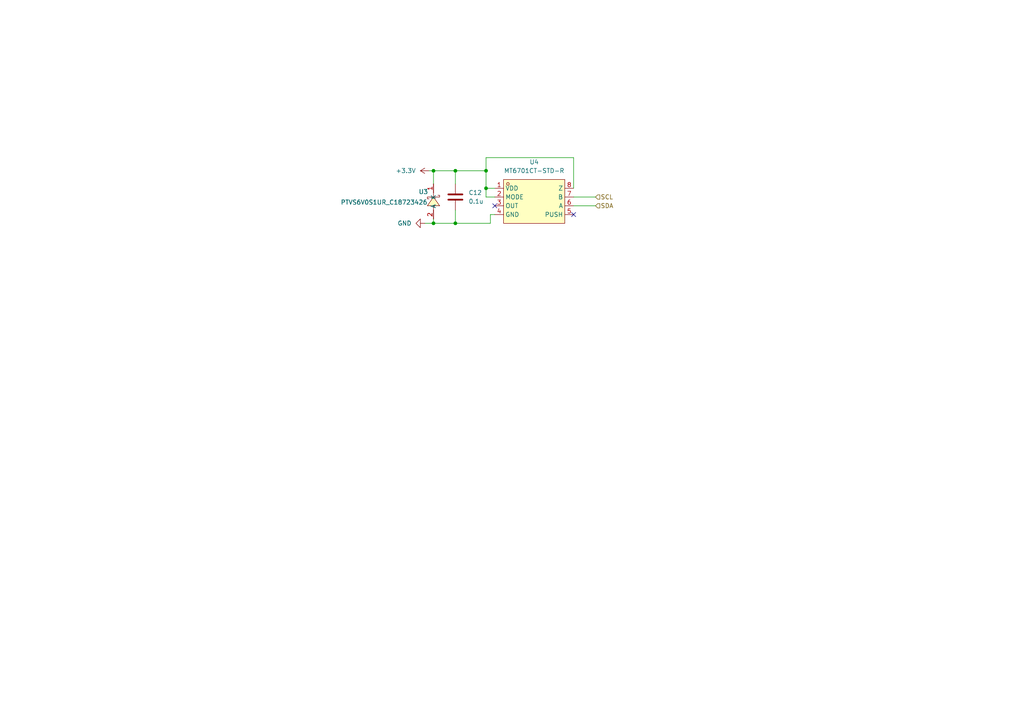
<source format=kicad_sch>
(kicad_sch (version 20231120) (generator "eeschema") (generator_version "8.0")
  (paper "A4")
  (lib_symbols
    (symbol "Device:C" (pin_numbers hide) (pin_names (offset 0.254))
      (property "Reference" "C" (at 0.635 2.54 0))
      (property "Value" "C" (at 0.635 -2.54 0))
      (symbol "C_0_1"
        (polyline (pts (xy -2.032 -0.762) (xy 2.032 -0.762)) (stroke (width 0.508)))
        (polyline (pts (xy -2.032 0.762) (xy 2.032 0.762)) (stroke (width 0.508)))
      )
      (symbol "C_1_1"
        (pin passive line (at 0 3.81 270) (length 2.794) (name "~") (number "1"))
        (pin passive line (at 0 -3.81 90) (length 2.794) (name "~") (number "2"))
      )
    )
    (symbol "PARTS:MT6701CT-STD-R"
      (property "Reference" "U" (at 0 8.89 0))
      (property "Value" "MT6701CT-STD-R" (at 0 -8.89 0))
      (symbol "MT6701CT-STD-R_0_1"
        (rectangle (start -8.89 6.35) (end 8.89 -6.35) (fill (type background)))
        (circle (center -7.62 5.08) (radius 0.38))
        (pin unspecified line (at -11.43 3.81 0) (length 2.54) (name "VDD") (number "1"))
        (pin unspecified line (at -11.43 1.27 0) (length 2.54) (name "MODE") (number "2"))
        (pin unspecified line (at -11.43 -1.27 0) (length 2.54) (name "OUT") (number "3"))
        (pin unspecified line (at -11.43 -3.81 0) (length 2.54) (name "GND") (number "4"))
        (pin unspecified line (at 11.43 -3.81 180) (length 2.54) (name "PUSH") (number "5"))
        (pin unspecified line (at 11.43 -1.27 180) (length 2.54) (name "A") (number "6"))
        (pin unspecified line (at 11.43 1.27 180) (length 2.54) (name "B") (number "7"))
        (pin unspecified line (at 11.43 3.81 180) (length 2.54) (name "Z") (number "8"))
      )
    )
    (symbol "PARTS:PTVS6V0S1UR_C18723426"
      (property "Reference" "U" (at 0 5.08 0))
      (property "Value" "PTVS6V0S1UR_C18723426" (at 0 -5.08 0))
      (symbol "PTVS6V0S1UR_C18723426_0_1"
        (polyline (pts (xy -1.27 0) (xy -2.54 0)))
        (polyline (pts (xy 2.54 0) (xy 1.27 0)))
        (polyline (pts (xy 1.27 1.78) (xy -1.27 0) (xy 1.27 -1.78) (xy 1.27 1.78)) (fill (type background)))
        (polyline (pts (xy -1.78 1.27) (xy -1.78 1.78) (xy -1.27 1.78) (xy -1.27 -1.78) (xy -0.76 -1.78) (xy -0.76 -1.27)))
        (pin unspecified line (at -5.08 0 0) (length 2.54) (name "K") (number "1"))
        (pin unspecified line (at 5.08 0 180) (length 2.54) (name "A") (number "2"))
      )
    )
    (symbol "power:+3.3V" (power) (pin_numbers hide) (pin_names (offset 0) hide)
      (property "Value" "+3.3V" (at 0 3.556 0))
      (symbol "+3.3V_0_1"
        (polyline (pts (xy -0.762 1.27) (xy 0 2.54)))
        (polyline (pts (xy 0 0) (xy 0 2.54)))
        (polyline (pts (xy 0 2.54) (xy 0.762 1.27)))
      )
      (symbol "+3.3V_1_1"
        (pin power_in line (at 0 0 90) (length 0) (name "~") (number "1"))
      )
    )
    (symbol "power:GND" (power) (pin_numbers hide) (pin_names (offset 0) hide)
      (property "Value" "GND" (at 0 -3.81 0))
      (symbol "GND_0_1"
        (polyline (pts (xy 0 0) (xy 0 -1.27) (xy 1.27 -1.27) (xy 0 -2.54) (xy -1.27 -1.27) (xy 0 -1.27)))
      )
      (symbol "GND_1_1"
        (pin power_in line (at 0 0 270) (length 0) (name "~") (number "1"))
      )
    )
  )
  (junction (at 132.08 49.53))
  (junction (at 132.08 64.77))
  (junction (at 125.73 64.77))
  (junction (at 140.97 54.61))
  (junction (at 125.73 49.53))
  (junction (at 140.97 49.53))
  (no_connect (at 143.51 59.69))
  (no_connect (at 166.37 62.23))
  (wire (pts (xy 124.46 49.53) (xy 125.73 49.53)))
  (wire (pts (xy 142.24 64.77) (xy 142.24 62.23)))
  (wire (pts (xy 140.97 57.15) (xy 140.97 54.61)))
  (wire (pts (xy 140.97 45.72) (xy 140.97 49.53)))
  (wire (pts (xy 166.37 59.69) (xy 172.72 59.69)))
  (wire (pts (xy 166.37 57.15) (xy 172.72 57.15)))
  (wire (pts (xy 125.73 64.77) (xy 132.08 64.77)))
  (wire (pts (xy 132.08 49.53) (xy 140.97 49.53)))
  (wire (pts (xy 140.97 45.72) (xy 166.37 45.72)))
  (wire (pts (xy 140.97 54.61) (xy 143.51 54.61)))
  (wire (pts (xy 125.73 63.5) (xy 125.73 64.77)))
  (wire (pts (xy 132.08 53.34) (xy 132.08 49.53)))
  (wire (pts (xy 125.73 53.34) (xy 125.73 49.53)))
  (wire (pts (xy 132.08 64.77) (xy 142.24 64.77)))
  (wire (pts (xy 123.19 64.77) (xy 125.73 64.77)))
  (wire (pts (xy 125.73 49.53) (xy 132.08 49.53)))
  (wire (pts (xy 142.24 62.23) (xy 143.51 62.23)))
  (wire (pts (xy 143.51 57.15) (xy 140.97 57.15)))
  (wire (pts (xy 140.97 49.53) (xy 140.97 54.61)))
  (wire (pts (xy 132.08 60.96) (xy 132.08 64.77)))
  (wire (pts (xy 166.37 45.72) (xy 166.37 54.61)))
  (hierarchical_label "SCL" (shape input) (at 172.72 57.15 0))
  (hierarchical_label "SDA" (shape input) (at 172.72 59.69 0))
  (symbol (lib_id "PARTS:MT6701CT-STD-R") (at 154.94 58.42 0) (unit 1)
    (property "Reference" "U4" (at 154.94 46.99 0))
    (property "Value" "MT6701CT-STD-R" (at 154.94 49.53 0))
    (property "Footprint" "PARTS:SOP-8_L4.9-W3.9-P1.27-LS6.0-BL" (effects (hide yes)))
    (property "LCSC Part" "C3003196" (effects (hide yes)))
  )
  (symbol (lib_id "Device:C") (at 132.08 57.15 180) (unit 1)
    (property "Reference" "C12" (at 135.89 55.8799 0) (effects (justify right)))
    (property "Value" "0.1u" (at 135.89 58.4199 0) (effects (justify right)))
    (property "Footprint" "Capacitor_SMD:C_0805_2012Metric_Pad1.18x1.45mm_HandSolder" (effects (hide yes)))
  )
  (symbol (lib_id "power:+3.3V") (at 124.46 49.53 90) (unit 1)
    (property "Reference" "#PWR025" (effects (hide yes)))
    (property "Value" "+3.3V" (at 120.65 49.5299 90) (effects (justify left)))
    (property "Description" "Power symbol creates a global label with name \"+3.3V\"" (effects (hide yes)))
  )
  (symbol (lib_id "power:GND") (at 123.19 64.77 270) (unit 1)
    (property "Reference" "#PWR021" (effects (hide yes)))
    (property "Value" "GND" (at 119.38 64.7699 90) (effects (justify right)))
    (property "Description" "Power symbol creates a global label with name \"GND\" , ground" (effects (hide yes)))
  )
  (symbol (lib_id "PARTS:PTVS6V0S1UR_C18723426") (at 125.73 58.42 270) (unit 1)
    (property "Reference" "U3" (at 121.412 55.626 90) (effects (justify left)))
    (property "Value" "PTVS6V0S1UR_C18723426" (at 98.806 58.674 90) (effects (justify left)))
    (property "Footprint" "PARTS:SOD-123_L2.7-W1.6-LS3.7-RD" (effects (hide yes)))
    (property "LCSC Part" "C18723426" (effects (hide yes)))
  )
)
</source>
